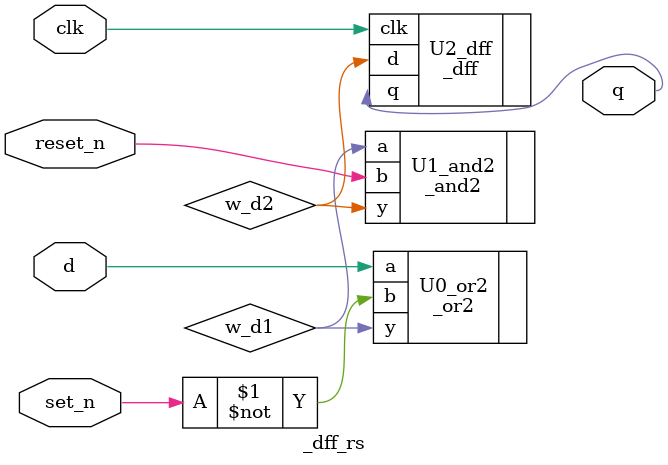
<source format=v>
module _dff_rs(clk, set_n, reset_n, d, q); 
    input clk, set_n, reset_n, d; 
    output q; 
	
    wire w_d1, w_d2;
	
    _or2 U0_or2(.a(d), .b(~set_n), .y(w_d1)); 
    _and2 U1_and2(.a(w_d1), .b(reset_n), .y(w_d2)); 
    _dff U2_dff(.clk(clk), .d(w_d2), .q(q)); 
	
endmodule

</source>
